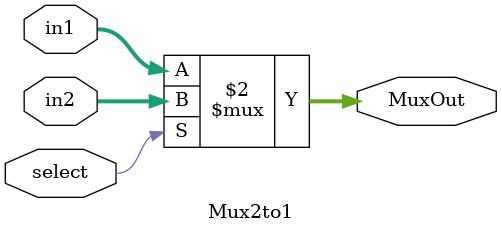
<source format=v>
`timescale 1ns/1ns
module Mux2to1(input select, input [15:0]in1,in2, output [15:0]MuxOut);
  assign MuxOut = ~select ? in1 : in2;
endmodule
</source>
